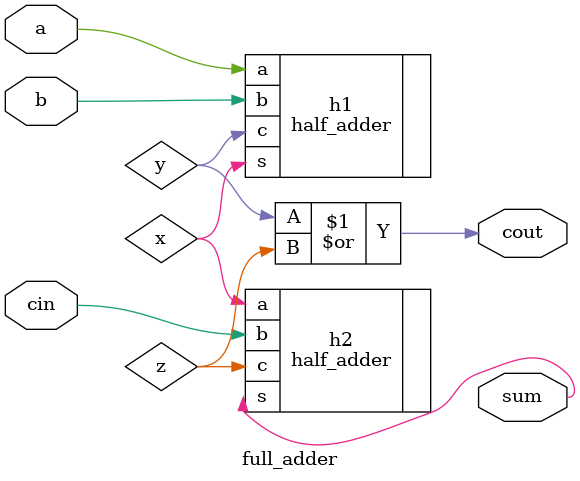
<source format=v>
`timescale 1ns / 1ps

module full_adder(
    input a,
    input b,
    input cin,
    output sum,
    output cout
    );
  wire x,y,z;

  half_adder h1(.a(a),.b(b),.s(x),.c(y));
  half_adder h2(.a(x),.b(cin),.s(sum),.c(z));
  or o1(cout,y,z);
endmodule

</source>
